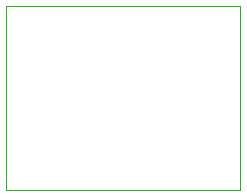
<source format=gbr>
%TF.GenerationSoftware,KiCad,Pcbnew,7.0.1-0*%
%TF.CreationDate,2023-04-25T00:20:10+03:00*%
%TF.ProjectId,power switch with delay,706f7765-7220-4737-9769-746368207769,rev?*%
%TF.SameCoordinates,Original*%
%TF.FileFunction,Profile,NP*%
%FSLAX46Y46*%
G04 Gerber Fmt 4.6, Leading zero omitted, Abs format (unit mm)*
G04 Created by KiCad (PCBNEW 7.0.1-0) date 2023-04-25 00:20:10*
%MOMM*%
%LPD*%
G01*
G04 APERTURE LIST*
%TA.AperFunction,Profile*%
%ADD10C,0.100000*%
%TD*%
G04 APERTURE END LIST*
D10*
X113200000Y-88200000D02*
X133000000Y-88200000D01*
X133000000Y-103800000D01*
X113200000Y-103800000D01*
X113200000Y-88200000D01*
M02*

</source>
